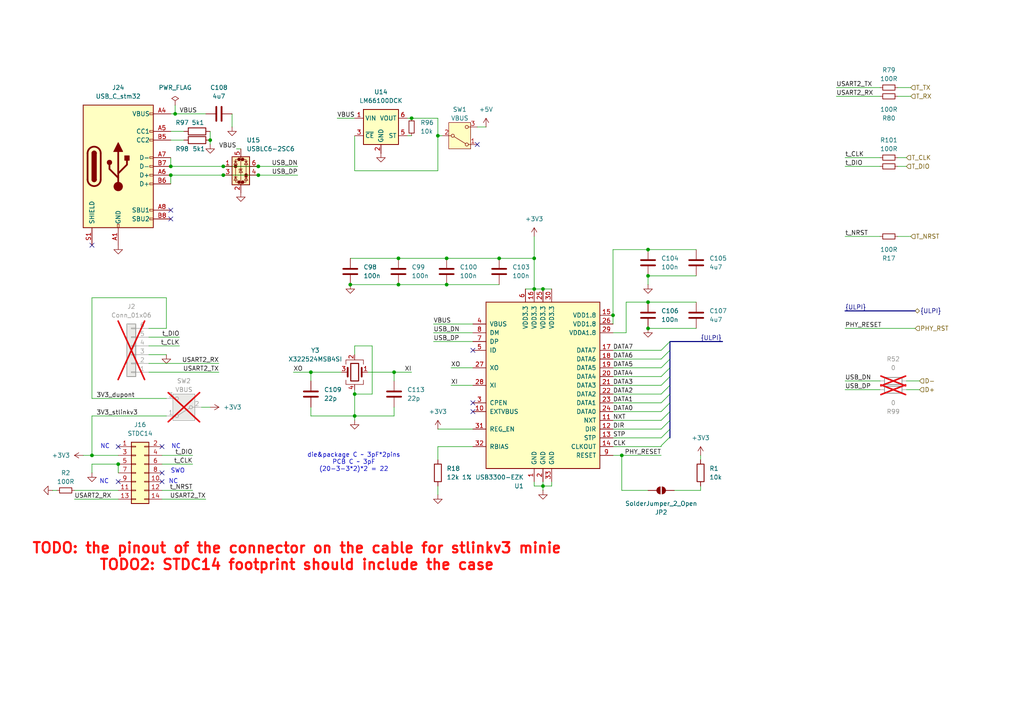
<source format=kicad_sch>
(kicad_sch (version 20231120) (generator "eeschema") (generator_version "8.0")
  (paper "A4")
  (title_block (title "EP6 VCU") (date "2024-09-30") (rev "1.0") (company "NTURacing") (comment 1 "郭哲明") (comment 2 "Electrical group"))
  (lib_symbols
    (symbol "Connector:USB_C_Receptacle_USB2.0_16P" (pin_names (offset 1.016))
      (property "Reference" "J" (at 0 22.225 0))
      (property "Value" "USB_C_Receptacle_USB2.0_16P" (at 0 19.685 0))
      (symbol "USB_C_Receptacle_USB2.0_16P_0_0"
        (rectangle (start -0.254 -17.78) (end 0.254 -16.764))
        (rectangle (start 10.16 -14.986) (end 9.144 -15.494))
        (rectangle (start 10.16 -12.446) (end 9.144 -12.954))
        (rectangle (start 10.16 -4.826) (end 9.144 -5.334))
        (rectangle (start 10.16 -2.286) (end 9.144 -2.794))
        (rectangle (start 10.16 0.254) (end 9.144 -0.254))
        (rectangle (start 10.16 2.794) (end 9.144 2.286))
        (rectangle (start 10.16 7.874) (end 9.144 7.366))
        (rectangle (start 10.16 10.414) (end 9.144 9.906))
        (rectangle (start 10.16 15.494) (end 9.144 14.986))
      )
      (symbol "USB_C_Receptacle_USB2.0_16P_0_1"
        (rectangle (start -10.16 17.78) (end 10.16 -17.78) (stroke (width 0.254)) (fill (type background)))
        (arc (start -8.89 -3.81) (mid -6.985 -5.7067) (end -5.08 -3.81) (stroke (width 0.508)))
        (arc (start -7.62 -3.81) (mid -6.985 -4.4423) (end -6.35 -3.81) (stroke (width 0.254)))
        (arc (start -7.62 -3.81) (mid -6.985 -4.4423) (end -6.35 -3.81) (stroke (width 0.254)) (fill (type outline)))
        (rectangle (start -7.62 -3.81) (end -6.35 3.81) (stroke (width 0.254)) (fill (type outline)))
        (arc (start -6.35 3.81) (mid -6.985 4.4423) (end -7.62 3.81) (stroke (width 0.254)))
        (arc (start -6.35 3.81) (mid -6.985 4.4423) (end -7.62 3.81) (stroke (width 0.254)) (fill (type outline)))
        (arc (start -5.08 3.81) (mid -6.985 5.7067) (end -8.89 3.81) (stroke (width 0.508)))
        (circle (center -2.54 1.143) (radius 0.635) (stroke (width 0.254)) (fill (type outline)))
        (circle (center 0 -5.842) (radius 1.27) (fill (type outline)))
        (polyline (pts (xy -8.89 -3.81) (xy -8.89 3.81)) (stroke (width 0.508)))
        (polyline (pts (xy -5.08 3.81) (xy -5.08 -3.81)) (stroke (width 0.508)))
        (polyline (pts (xy 0 -5.842) (xy 0 4.318)) (stroke (width 0.508)))
        (polyline (pts (xy 0 -3.302) (xy -2.54 -0.762) (xy -2.54 0.508)) (stroke (width 0.508)))
        (polyline (pts (xy 0 -2.032) (xy 2.54 0.508) (xy 2.54 1.778)) (stroke (width 0.508)))
        (polyline (pts (xy -1.27 4.318) (xy 0 6.858) (xy 1.27 4.318) (xy -1.27 4.318)) (stroke (width 0.254)) (fill (type outline)))
        (rectangle (start 1.905 1.778) (end 3.175 3.048) (stroke (width 0.254)) (fill (type outline)))
      )
      (symbol "USB_C_Receptacle_USB2.0_16P_1_1"
        (pin passive line (at 0 -22.86 90) (length 5.08) (name "GND") (number "A1"))
        (pin passive line (at 0 -22.86 90) (length 5.08) hide (name "GND") (number "A12"))
        (pin passive line (at 15.24 15.24 180) (length 5.08) (name "VBUS") (number "A4"))
        (pin bidirectional line (at 15.24 10.16 180) (length 5.08) (name "CC1") (number "A5"))
        (pin bidirectional line (at 15.24 -2.54 180) (length 5.08) (name "D+") (number "A6"))
        (pin bidirectional line (at 15.24 2.54 180) (length 5.08) (name "D-") (number "A7"))
        (pin bidirectional line (at 15.24 -12.7 180) (length 5.08) (name "SBU1") (number "A8"))
        (pin passive line (at 15.24 15.24 180) (length 5.08) hide (name "VBUS") (number "A9"))
        (pin passive line (at 0 -22.86 90) (length 5.08) hide (name "GND") (number "B1"))
        (pin passive line (at 0 -22.86 90) (length 5.08) hide (name "GND") (number "B12"))
        (pin passive line (at 15.24 15.24 180) (length 5.08) hide (name "VBUS") (number "B4"))
        (pin bidirectional line (at 15.24 7.62 180) (length 5.08) (name "CC2") (number "B5"))
        (pin bidirectional line (at 15.24 -5.08 180) (length 5.08) (name "D+") (number "B6"))
        (pin bidirectional line (at 15.24 0 180) (length 5.08) (name "D-") (number "B7"))
        (pin bidirectional line (at 15.24 -15.24 180) (length 5.08) (name "SBU2") (number "B8"))
        (pin passive line (at 15.24 15.24 180) (length 5.08) hide (name "VBUS") (number "B9"))
        (pin passive line (at -7.62 -22.86 90) (length 5.08) (name "SHIELD") (number "S1"))
      )
    )
    (symbol "Connector_Generic:Conn_01x06" (pin_names (offset 1.016) hide)
      (property "Reference" "J" (at 0 7.62 0))
      (property "Value" "Conn_01x06" (at 0 -10.16 0))
      (symbol "Conn_01x06_1_1"
        (rectangle (start -1.27 -7.493) (end 0 -7.747) (stroke (width 0.1524)))
        (rectangle (start -1.27 -4.953) (end 0 -5.207) (stroke (width 0.1524)))
        (rectangle (start -1.27 -2.413) (end 0 -2.667) (stroke (width 0.1524)))
        (rectangle (start -1.27 0.127) (end 0 -0.127) (stroke (width 0.1524)))
        (rectangle (start -1.27 2.667) (end 0 2.413) (stroke (width 0.1524)))
        (rectangle (start -1.27 5.207) (end 0 4.953) (stroke (width 0.1524)))
        (rectangle (start -1.27 6.35) (end 1.27 -8.89) (stroke (width 0.254)) (fill (type background)))
        (pin passive line (at -5.08 5.08 0) (length 3.81) (name "Pin_1") (number "1"))
        (pin passive line (at -5.08 2.54 0) (length 3.81) (name "Pin_2") (number "2"))
        (pin passive line (at -5.08 0 0) (length 3.81) (name "Pin_3") (number "3"))
        (pin passive line (at -5.08 -2.54 0) (length 3.81) (name "Pin_4") (number "4"))
        (pin passive line (at -5.08 -5.08 0) (length 3.81) (name "Pin_5") (number "5"))
        (pin passive line (at -5.08 -7.62 0) (length 3.81) (name "Pin_6") (number "6"))
      )
    )
    (symbol "Connector_Generic:Conn_02x07_Odd_Even" (pin_names (offset 1.016) hide)
      (property "Reference" "J" (at 1.27 10.16 0))
      (property "Value" "Conn_02x07_Odd_Even" (at 1.27 -10.16 0))
      (symbol "Conn_02x07_Odd_Even_1_1"
        (rectangle (start -1.27 -7.493) (end 0 -7.747) (stroke (width 0.1524)))
        (rectangle (start -1.27 -4.953) (end 0 -5.207) (stroke (width 0.1524)))
        (rectangle (start -1.27 -2.413) (end 0 -2.667) (stroke (width 0.1524)))
        (rectangle (start -1.27 0.127) (end 0 -0.127) (stroke (width 0.1524)))
        (rectangle (start -1.27 2.667) (end 0 2.413) (stroke (width 0.1524)))
        (rectangle (start -1.27 5.207) (end 0 4.953) (stroke (width 0.1524)))
        (rectangle (start -1.27 7.747) (end 0 7.493) (stroke (width 0.1524)))
        (rectangle (start -1.27 8.89) (end 3.81 -8.89) (stroke (width 0.254)) (fill (type background)))
        (rectangle (start 3.81 -7.493) (end 2.54 -7.747) (stroke (width 0.1524)))
        (rectangle (start 3.81 -4.953) (end 2.54 -5.207) (stroke (width 0.1524)))
        (rectangle (start 3.81 -2.413) (end 2.54 -2.667) (stroke (width 0.1524)))
        (rectangle (start 3.81 0.127) (end 2.54 -0.127) (stroke (width 0.1524)))
        (rectangle (start 3.81 2.667) (end 2.54 2.413) (stroke (width 0.1524)))
        (rectangle (start 3.81 5.207) (end 2.54 4.953) (stroke (width 0.1524)))
        (rectangle (start 3.81 7.747) (end 2.54 7.493) (stroke (width 0.1524)))
        (pin passive line (at -5.08 7.62 0) (length 3.81) (name "Pin_1") (number "1"))
        (pin passive line (at 7.62 -2.54 180) (length 3.81) (name "Pin_10") (number "10"))
        (pin passive line (at -5.08 -5.08 0) (length 3.81) (name "Pin_11") (number "11"))
        (pin passive line (at 7.62 -5.08 180) (length 3.81) (name "Pin_12") (number "12"))
        (pin passive line (at -5.08 -7.62 0) (length 3.81) (name "Pin_13") (number "13"))
        (pin passive line (at 7.62 -7.62 180) (length 3.81) (name "Pin_14") (number "14"))
        (pin passive line (at 7.62 7.62 180) (length 3.81) (name "Pin_2") (number "2"))
        (pin passive line (at -5.08 5.08 0) (length 3.81) (name "Pin_3") (number "3"))
        (pin passive line (at 7.62 5.08 180) (length 3.81) (name "Pin_4") (number "4"))
        (pin passive line (at -5.08 2.54 0) (length 3.81) (name "Pin_5") (number "5"))
        (pin passive line (at 7.62 2.54 180) (length 3.81) (name "Pin_6") (number "6"))
        (pin passive line (at -5.08 0 0) (length 3.81) (name "Pin_7") (number "7"))
        (pin passive line (at 7.62 0 180) (length 3.81) (name "Pin_8") (number "8"))
        (pin passive line (at -5.08 -2.54 0) (length 3.81) (name "Pin_9") (number "9"))
      )
    )
    (symbol "Device:C" (pin_numbers hide) (pin_names (offset 0.254))
      (property "Reference" "C" (at 0.635 2.54 0))
      (property "Value" "C" (at 0.635 -2.54 0))
      (symbol "C_0_1"
        (polyline (pts (xy -2.032 -0.762) (xy 2.032 -0.762)) (stroke (width 0.508)))
        (polyline (pts (xy -2.032 0.762) (xy 2.032 0.762)) (stroke (width 0.508)))
      )
      (symbol "C_1_1"
        (pin passive line (at 0 3.81 270) (length 2.794) (name "~") (number "1"))
        (pin passive line (at 0 -3.81 90) (length 2.794) (name "~") (number "2"))
      )
    )
    (symbol "Device:Crystal_GND24" (pin_names (offset 1.016) hide)
      (property "Reference" "Y" (at 3.175 5.08 0))
      (property "Value" "Crystal_GND24" (at 3.175 3.175 0))
      (symbol "Crystal_GND24_0_1"
        (rectangle (start -1.143 2.54) (end 1.143 -2.54) (stroke (width 0.3048)))
        (polyline (pts (xy -2.54 0) (xy -2.032 0)))
        (polyline (pts (xy -2.032 -1.27) (xy -2.032 1.27)) (stroke (width 0.508)))
        (polyline (pts (xy 0 -3.81) (xy 0 -3.556)))
        (polyline (pts (xy 0 3.556) (xy 0 3.81)))
        (polyline (pts (xy 2.032 -1.27) (xy 2.032 1.27)) (stroke (width 0.508)))
        (polyline (pts (xy 2.032 0) (xy 2.54 0)))
        (polyline (pts (xy -2.54 -2.286) (xy -2.54 -3.556) (xy 2.54 -3.556) (xy 2.54 -2.286)))
        (polyline (pts (xy -2.54 2.286) (xy -2.54 3.556) (xy 2.54 3.556) (xy 2.54 2.286)))
      )
      (symbol "Crystal_GND24_1_1"
        (pin passive line (at -3.81 0 0) (length 1.27) (name "1") (number "1"))
        (pin passive line (at 0 5.08 270) (length 1.27) (name "2") (number "2"))
        (pin passive line (at 3.81 0 180) (length 1.27) (name "3") (number "3"))
        (pin passive line (at 0 -5.08 90) (length 1.27) (name "4") (number "4"))
      )
    )
    (symbol "Device:R" (pin_numbers hide) (pin_names (offset 0))
      (property "Reference" "R" (at 2.032 0 90))
      (property "Value" "R" (at 0 0 90))
      (symbol "R_0_1"
        (rectangle (start -1.016 -2.54) (end 1.016 2.54) (stroke (width 0.254)))
      )
      (symbol "R_1_1"
        (pin passive line (at 0 3.81 270) (length 1.27) (name "~") (number "1"))
        (pin passive line (at 0 -3.81 90) (length 1.27) (name "~") (number "2"))
      )
    )
    (symbol "Device:R_Small" (pin_numbers hide) (pin_names (offset 0.254) hide)
      (property "Reference" "R" (at 0.762 0.508 0))
      (property "Value" "R_Small" (at 0.762 -1.016 0))
      (symbol "R_Small_0_1"
        (rectangle (start -0.762 1.778) (end 0.762 -1.778) (stroke (width 0.2032)))
      )
      (symbol "R_Small_1_1"
        (pin passive line (at 0 2.54 270) (length 0.762) (name "~") (number "1"))
        (pin passive line (at 0 -2.54 90) (length 0.762) (name "~") (number "2"))
      )
    )
    (symbol "Interface_USB:USB3300-EZK" (pin_names (offset 1.016))
      (property "Reference" "U" (at 0 1.27 0))
      (property "Value" "USB3300-EZK" (at 0 -1.27 0))
      (symbol "USB3300-EZK_0_1"
        (rectangle (start 16.51 -24.13) (end -16.51 24.13) (stroke (width 0.254)) (fill (type background)))
      )
      (symbol "USB3300-EZK_1_1"
        (pin power_in line (at -2.54 -27.94 90) (length 3.81) (name "GND") (number "1"))
        (pin input line (at -20.32 -7.62 0) (length 3.81) (name "EXTVBUS") (number "10"))
        (pin output line (at 20.32 -10.16 180) (length 3.81) (name "NXT") (number "11"))
        (pin output line (at 20.32 -12.7 180) (length 3.81) (name "DIR") (number "12"))
        (pin input line (at 20.32 -15.24 180) (length 3.81) (name "STP") (number "13"))
        (pin output line (at 20.32 -17.78 180) (length 3.81) (name "CLKOUT") (number "14"))
        (pin power_out line (at 20.32 20.32 180) (length 3.81) (name "VDD1.8") (number "15"))
        (pin power_in line (at -2.54 27.94 270) (length 3.81) (name "VDD3.3") (number "16"))
        (pin bidirectional line (at 20.32 10.16 180) (length 3.81) (name "DATA7") (number "17"))
        (pin bidirectional line (at 20.32 7.62 180) (length 3.81) (name "DATA6") (number "18"))
        (pin bidirectional line (at 20.32 5.08 180) (length 3.81) (name "DATA5") (number "19"))
        (pin power_in line (at 0 -27.94 90) (length 3.81) (name "GND") (number "2"))
        (pin bidirectional line (at 20.32 2.54 180) (length 3.81) (name "DATA4") (number "20"))
        (pin bidirectional line (at 20.32 0 180) (length 3.81) (name "DATA3") (number "21"))
        (pin bidirectional line (at 20.32 -2.54 180) (length 3.81) (name "DATA2") (number "22"))
        (pin bidirectional line (at 20.32 -5.08 180) (length 3.81) (name "DATA1") (number "23"))
        (pin bidirectional line (at 20.32 -7.62 180) (length 3.81) (name "DATA0") (number "24"))
        (pin power_in line (at 0 27.94 270) (length 3.81) (name "VDD3.3") (number "25"))
        (pin power_out line (at 20.32 17.78 180) (length 3.81) (name "VDD1.8") (number "26"))
        (pin output line (at -20.32 5.08 0) (length 3.81) (name "XO") (number "27"))
        (pin input line (at -20.32 0 0) (length 3.81) (name "XI") (number "28"))
        (pin power_out line (at 20.32 15.24 180) (length 3.81) (name "VDDA1.8") (number "29"))
        (pin output line (at -20.32 -5.08 0) (length 3.81) (name "CPEN") (number "3"))
        (pin power_in line (at 2.54 27.94 270) (length 3.81) (name "VDD3.3") (number "30"))
        (pin bidirectional line (at -20.32 -12.7 0) (length 3.81) (name "REG_EN") (number "31"))
        (pin passive line (at -20.32 -17.78 0) (length 3.81) (name "RBIAS") (number "32"))
        (pin power_in line (at 2.54 -27.94 90) (length 3.81) (name "GND") (number "33"))
        (pin power_in line (at -20.32 17.78 0) (length 3.81) (name "VBUS") (number "4"))
        (pin input line (at -20.32 10.16 0) (length 3.81) (name "ID") (number "5"))
        (pin power_in line (at -5.08 27.94 270) (length 3.81) (name "VDD3.3") (number "6"))
        (pin bidirectional line (at -20.32 12.7 0) (length 3.81) (name "DP") (number "7"))
        (pin bidirectional line (at -20.32 15.24 0) (length 3.81) (name "DM") (number "8"))
        (pin input line (at 20.32 -20.32 180) (length 3.81) (name "RESET") (number "9"))
      )
    )
    (symbol "Jumper:SolderJumper_2_Open" (pin_numbers hide) (pin_names (offset 0) hide) (exclude_from_sim yes) (in_bom no)
      (property "Reference" "JP" (at 0 2.032 0))
      (property "Value" "SolderJumper_2_Open" (at 0 -2.54 0))
      (symbol "SolderJumper_2_Open_0_1"
        (arc (start -0.254 1.016) (mid -1.2656 0) (end -0.254 -1.016))
        (arc (start -0.254 1.016) (mid -1.2656 0) (end -0.254 -1.016) (fill (type outline)))
        (polyline (pts (xy -0.254 1.016) (xy -0.254 -1.016)))
        (polyline (pts (xy 0.254 1.016) (xy 0.254 -1.016)))
        (arc (start 0.254 -1.016) (mid 1.2656 0) (end 0.254 1.016))
        (arc (start 0.254 -1.016) (mid 1.2656 0) (end 0.254 1.016) (fill (type outline)))
      )
      (symbol "SolderJumper_2_Open_1_1"
        (pin passive line (at -3.81 0 0) (length 2.54) (name "A") (number "1"))
        (pin passive line (at 3.81 0 180) (length 2.54) (name "B") (number "2"))
      )
    )
    (symbol "Power_Management:LM66100DCK"
      (property "Reference" "U" (at -5.08 6.096 0))
      (property "Value" "LM66100DCK" (at 0.254 -6.35 0))
      (symbol "LM66100DCK_0_1"
        (rectangle (start -5.08 5.08) (end 5.08 -5.08) (stroke (width 0.254)) (fill (type background)))
      )
      (symbol "LM66100DCK_1_1"
        (pin power_in line (at -7.62 2.54 0) (length 2.54) (name "VIN") (number "1"))
        (pin power_in line (at 0 -7.62 90) (length 2.54) (name "GND") (number "2"))
        (pin input line (at -7.62 -2.54 0) (length 2.54) (name "~{CE}") (number "3"))
        (pin no_connect line (at 0 5.08 270) (length 2.54) hide (name "NC") (number "4"))
        (pin open_collector line (at 7.62 -2.54 180) (length 2.54) (name "ST") (number "5"))
        (pin power_out line (at 7.62 2.54 180) (length 2.54) (name "VOUT") (number "6"))
      )
    )
    (symbol "Power_Protection:USBLC6-2SC6" (pin_names hide)
      (property "Reference" "U" (at 0.635 5.715 0))
      (property "Value" "USBLC6-2SC6" (at 0.635 3.81 0))
      (symbol "USBLC6-2SC6_0_0"
        (circle (center -1.524 0) (radius 0.0001) (stroke (width 0.508)))
        (circle (center -0.508 -4.572) (radius 0.0001) (stroke (width 0.508)))
        (circle (center -0.508 2.032) (radius 0.0001) (stroke (width 0.508)))
        (circle (center 0.508 -4.572) (radius 0.0001) (stroke (width 0.508)))
        (circle (center 0.508 2.032) (radius 0.0001) (stroke (width 0.508)))
        (circle (center 1.524 -2.54) (radius 0.0001) (stroke (width 0.508)))
      )
      (symbol "USBLC6-2SC6_0_1"
        (polyline (pts (xy -2.54 -2.54) (xy 2.54 -2.54)))
        (polyline (pts (xy -2.54 0) (xy 2.54 0)))
        (polyline (pts (xy -2.032 -3.048) (xy -1.016 -3.048)))
        (polyline (pts (xy -1.016 1.524) (xy -2.032 1.524)))
        (polyline (pts (xy 1.016 -3.048) (xy 2.032 -3.048)))
        (polyline (pts (xy 1.016 1.524) (xy 2.032 1.524)))
        (polyline (pts (xy -0.508 -1.143) (xy -0.508 -0.762) (xy 0.508 -0.762)))
        (polyline (pts (xy -2.032 0.508) (xy -1.016 0.508) (xy -1.524 1.524) (xy -2.032 0.508)))
        (polyline (pts (xy -1.016 -4.064) (xy -2.032 -4.064) (xy -1.524 -3.048) (xy -1.016 -4.064)))
        (polyline (pts (xy 0.508 -1.778) (xy -0.508 -1.778) (xy 0 -0.762) (xy 0.508 -1.778)))
        (polyline (pts (xy 2.032 -4.064) (xy 1.016 -4.064) (xy 1.524 -3.048) (xy 2.032 -4.064)))
        (polyline (pts (xy 2.032 0.508) (xy 1.016 0.508) (xy 1.524 1.524) (xy 2.032 0.508)))
        (polyline (pts (xy 0 2.54) (xy -0.508 2.032) (xy 0.508 2.032) (xy 0 1.524) (xy 0 -4.064) (xy -0.508 -4.572) (xy 0.508 -4.572) (xy 0 -5.08)))
      )
      (symbol "USBLC6-2SC6_1_1"
        (rectangle (start -2.54 2.794) (end 2.54 -5.334) (stroke (width 0.254)) (fill (type background)))
        (polyline (pts (xy -0.508 2.032) (xy -1.524 2.032) (xy -1.524 -4.572) (xy -0.508 -4.572)))
        (polyline (pts (xy 0.508 -4.572) (xy 1.524 -4.572) (xy 1.524 2.032) (xy 0.508 2.032)))
        (pin passive line (at -5.08 0 0) (length 2.54) (name "I/O1") (number "1"))
        (pin passive line (at 0 -7.62 90) (length 2.54) (name "GND") (number "2"))
        (pin passive line (at -5.08 -2.54 0) (length 2.54) (name "I/O2") (number "3"))
        (pin passive line (at 5.08 -2.54 180) (length 2.54) (name "I/O2") (number "4"))
        (pin passive line (at 0 5.08 270) (length 2.54) (name "VBUS") (number "5"))
        (pin passive line (at 5.08 0 180) (length 2.54) (name "I/O1") (number "6"))
      )
    )
    (symbol "Switch:SW_SPDT" (pin_names (offset 0) hide)
      (property "Reference" "SW" (at 0 5.08 0))
      (property "Value" "SW_SPDT" (at 0 -5.08 0))
      (symbol "SW_SPDT_0_1"
        (circle (center -2.032 0) (radius 0.4572))
        (polyline (pts (xy -1.651 0.254) (xy 1.651 2.286)))
        (circle (center 2.032 -2.54) (radius 0.4572))
        (circle (center 2.032 2.54) (radius 0.4572))
      )
      (symbol "SW_SPDT_1_1"
        (rectangle (start -3.175 3.81) (end 3.175 -3.81) (fill (type background)))
        (pin passive line (at 5.08 2.54 180) (length 2.54) (name "A") (number "1"))
        (pin passive line (at -5.08 0 0) (length 2.54) (name "B") (number "2"))
        (pin passive line (at 5.08 -2.54 180) (length 2.54) (name "C") (number "3"))
      )
    )
    (symbol "power:+3V3" (power) (pin_numbers hide) (pin_names (offset 0) hide)
      (property "Value" "+3V3" (at 0 3.556 0))
      (symbol "+3V3_0_1"
        (polyline (pts (xy -0.762 1.27) (xy 0 2.54)))
        (polyline (pts (xy 0 0) (xy 0 2.54)))
        (polyline (pts (xy 0 2.54) (xy 0.762 1.27)))
      )
      (symbol "+3V3_1_1"
        (pin power_in line (at 0 0 90) (length 0) (name "~") (number "1"))
      )
    )
    (symbol "power:+5V" (power) (pin_numbers hide) (pin_names (offset 0) hide)
      (property "Value" "+5V" (at 0 3.556 0))
      (symbol "+5V_0_1"
        (polyline (pts (xy -0.762 1.27) (xy 0 2.54)))
        (polyline (pts (xy 0 0) (xy 0 2.54)))
        (polyline (pts (xy 0 2.54) (xy 0.762 1.27)))
      )
      (symbol "+5V_1_1"
        (pin power_in line (at 0 0 90) (length 0) (name "~") (number "1"))
      )
    )
    (symbol "power:GND" (power) (pin_numbers hide) (pin_names (offset 0) hide)
      (property "Value" "GND" (at 0 -3.81 0))
      (symbol "GND_0_1"
        (polyline (pts (xy 0 0) (xy 0 -1.27) (xy 1.27 -1.27) (xy 0 -2.54) (xy -1.27 -1.27) (xy 0 -1.27)))
      )
      (symbol "GND_1_1"
        (pin power_in line (at 0 0 270) (length 0) (name "~") (number "1"))
      )
    )
    (symbol "power:PWR_FLAG" (power) (pin_numbers hide) (pin_names (offset 0) hide)
      (property "Value" "PWR_FLAG" (at 0 3.81 0))
      (symbol "PWR_FLAG_0_0"
        (pin power_out line (at 0 0 90) (length 0) (name "~") (number "1"))
      )
      (symbol "PWR_FLAG_0_1"
        (polyline (pts (xy 0 0) (xy 0 1.27) (xy -1.016 1.905) (xy 0 2.54) (xy 1.016 1.905) (xy 0 1.27)))
      )
    )
  )
  (bus_alias "ULPI" (members "NXT" "DIR" "STP" "CLK" "DATA[0..7]"))
  (junction (at 187.96 80.01))
  (junction (at 144.78 74.93))
  (junction (at 187.96 87.63))
  (junction (at 34.29 134.62))
  (junction (at 50.8 33.02))
  (junction (at 129.54 82.55))
  (junction (at 101.6 82.55))
  (junction (at 49.53 50.8))
  (junction (at 187.96 72.39))
  (junction (at 177.8 91.44))
  (junction (at 129.54 74.93))
  (junction (at 26.67 132.08))
  (junction (at 64.77 50.8))
  (junction (at 154.94 74.93))
  (junction (at 90.17 107.95))
  (junction (at 102.87 114.3))
  (junction (at 157.48 140.97))
  (junction (at 49.53 48.26))
  (junction (at 60.96 40.64))
  (junction (at 187.96 95.25))
  (junction (at 115.57 74.93))
  (junction (at 74.93 50.8))
  (junction (at 114.3 107.95))
  (junction (at 102.87 120.65))
  (junction (at 115.57 82.55))
  (junction (at 74.93 48.26))
  (junction (at 154.94 83.82))
  (junction (at 127 39.37))
  (junction (at 64.77 48.26))
  (junction (at 119.38 34.29))
  (junction (at 180.34 132.08))
  (junction (at 157.48 83.82))
  (no_connect (at 49.53 60.96))
  (no_connect (at 138.43 41.91))
  (no_connect (at 49.53 63.5))
  (no_connect (at 26.67 71.12))
  (no_connect (at 46.99 137.16))
  (no_connect (at 46.99 139.7))
  (no_connect (at 46.99 129.54))
  (no_connect (at 137.16 116.84))
  (no_connect (at 137.16 119.38))
  (no_connect (at 137.16 101.6))
  (no_connect (at 34.29 139.7))
  (no_connect (at 34.29 129.54))
  (bus_entry (at 194.31 126.746) (size -2.54 2.54))
  (bus_entry (at 194.31 116.84) (size -2.54 2.54))
  (bus_entry (at 194.31 121.92) (size -2.54 2.54))
  (bus_entry (at 194.31 109.22) (size -2.54 2.54))
  (bus_entry (at 194.31 111.76) (size -2.54 2.54))
  (bus_entry (at 194.31 106.68) (size -2.54 2.54))
  (bus_entry (at 194.31 119.38) (size -2.54 2.54))
  (bus_entry (at 194.31 114.3) (size -2.54 2.54))
  (bus_entry (at 194.31 104.14) (size -2.54 2.54))
  (bus_entry (at 194.31 99.06) (size -2.54 2.54))
  (bus_entry (at 194.31 101.6) (size -2.54 2.54))
  (bus_entry (at 194.31 124.46) (size -2.54 2.54))
  (wire (pts (xy 154.94 68.58) (xy 154.94 74.93)))
  (wire (pts (xy 187.96 142.24) (xy 180.34 142.24)))
  (wire (pts (xy 101.6 74.93) (xy 115.57 74.93)))
  (wire (pts (xy 187.96 72.39) (xy 177.8 72.39)))
  (wire (pts (xy 64.77 48.26) (xy 49.53 48.26)))
  (wire (pts (xy 260.35 27.94) (xy 264.16 27.94)))
  (wire (pts (xy 177.8 96.52) (xy 181.61 96.52)))
  (wire (pts (xy 127 129.54) (xy 127 133.35)))
  (wire (pts (xy 46.99 142.24) (xy 55.88 142.24)))
  (wire (pts (xy 46.99 134.62) (xy 55.88 134.62)))
  (bus (pts (xy 194.31 99.06) (xy 209.55 99.06)))
  (wire (pts (xy 48.26 120.65) (xy 26.67 120.65)))
  (wire (pts (xy 102.87 113.03) (xy 102.87 114.3)))
  (wire (pts (xy 260.35 48.26) (xy 262.89 48.26)))
  (wire (pts (xy 125.73 93.98) (xy 137.16 93.98)))
  (wire (pts (xy 53.34 38.1) (xy 49.53 38.1)))
  (wire (pts (xy 144.78 74.93) (xy 154.94 74.93)))
  (wire (pts (xy 102.87 100.33) (xy 107.95 100.33)))
  (wire (pts (xy 127 140.97) (xy 127 143.51)))
  (bus (pts (xy 194.31 126.746) (xy 194.31 127)))
  (wire (pts (xy 60.96 40.64) (xy 60.96 41.91)))
  (wire (pts (xy 157.48 140.97) (xy 154.94 140.97)))
  (wire (pts (xy 107.95 100.33) (xy 107.95 114.3)))
  (wire (pts (xy 203.2 142.24) (xy 203.2 140.97)))
  (wire (pts (xy 34.29 134.62) (xy 26.67 134.62)))
  (wire (pts (xy 140.97 36.83) (xy 138.43 36.83)))
  (wire (pts (xy 102.87 114.3) (xy 107.95 114.3)))
  (wire (pts (xy 90.17 107.95) (xy 90.17 110.49)))
  (wire (pts (xy 43.18 102.87) (xy 48.26 102.87)))
  (wire (pts (xy 181.61 96.52) (xy 181.61 87.63)))
  (bus (pts (xy 194.31 101.6) (xy 194.31 104.14)))
  (wire (pts (xy 242.57 25.4) (xy 255.27 25.4)))
  (wire (pts (xy 177.8 109.22) (xy 191.77 109.22)))
  (wire (pts (xy 177.8 121.92) (xy 191.77 121.92)))
  (wire (pts (xy 115.57 74.93) (xy 129.54 74.93)))
  (wire (pts (xy 125.73 99.06) (xy 137.16 99.06)))
  (wire (pts (xy 119.38 107.95) (xy 114.3 107.95)))
  (wire (pts (xy 191.77 101.6) (xy 177.8 101.6)))
  (wire (pts (xy 260.35 68.58) (xy 264.16 68.58)))
  (wire (pts (xy 48.26 86.36) (xy 26.67 86.36)))
  (bus (pts (xy 194.31 114.3) (xy 194.31 116.84)))
  (wire (pts (xy 160.02 139.7) (xy 160.02 140.97)))
  (wire (pts (xy 177.8 114.3) (xy 191.77 114.3)))
  (bus (pts (xy 194.31 109.22) (xy 194.31 111.76)))
  (wire (pts (xy 180.34 142.24) (xy 180.34 132.08)))
  (bus (pts (xy 194.31 116.84) (xy 194.31 119.38)))
  (bus (pts (xy 194.31 124.46) (xy 194.31 126.746)))
  (wire (pts (xy 48.26 95.25) (xy 48.26 86.36)))
  (wire (pts (xy 177.8 72.39) (xy 177.8 91.44)))
  (wire (pts (xy 69.85 43.18) (xy 68.58 43.18)))
  (bus (pts (xy 194.31 106.68) (xy 194.31 109.22)))
  (wire (pts (xy 26.67 86.36) (xy 26.67 115.57)))
  (wire (pts (xy 46.99 132.08) (xy 55.88 132.08)))
  (wire (pts (xy 191.77 129.54) (xy 177.8 129.54)))
  (wire (pts (xy 180.34 132.08) (xy 191.77 132.08)))
  (wire (pts (xy 157.48 139.7) (xy 157.48 140.97)))
  (wire (pts (xy 21.59 142.24) (xy 34.29 142.24)))
  (wire (pts (xy 245.11 68.58) (xy 255.27 68.58)))
  (wire (pts (xy 26.67 134.62) (xy 26.67 137.16)))
  (wire (pts (xy 43.18 105.41) (xy 63.5 105.41)))
  (wire (pts (xy 154.94 74.93) (xy 154.94 83.82)))
  (wire (pts (xy 49.53 45.72) (xy 49.53 48.26)))
  (wire (pts (xy 125.73 96.52) (xy 137.16 96.52)))
  (wire (pts (xy 245.11 113.03) (xy 255.27 113.03)))
  (wire (pts (xy 114.3 120.65) (xy 114.3 118.11)))
  (wire (pts (xy 154.94 83.82) (xy 157.48 83.82)))
  (wire (pts (xy 195.58 142.24) (xy 203.2 142.24)))
  (bus (pts (xy 194.31 104.14) (xy 194.31 106.68)))
  (wire (pts (xy 260.35 25.4) (xy 264.16 25.4)))
  (wire (pts (xy 102.87 120.65) (xy 102.87 121.92)))
  (wire (pts (xy 127 124.46) (xy 137.16 124.46)))
  (wire (pts (xy 203.2 132.08) (xy 203.2 133.35)))
  (wire (pts (xy 64.77 50.8) (xy 74.93 50.8)))
  (wire (pts (xy 137.16 129.54) (xy 127 129.54)))
  (wire (pts (xy 130.81 111.76) (xy 137.16 111.76)))
  (wire (pts (xy 262.89 113.03) (xy 266.7 113.03)))
  (wire (pts (xy 262.89 110.49) (xy 266.7 110.49)))
  (wire (pts (xy 160.02 140.97) (xy 157.48 140.97)))
  (wire (pts (xy 201.93 87.63) (xy 187.96 87.63)))
  (wire (pts (xy 102.87 120.65) (xy 114.3 120.65)))
  (wire (pts (xy 201.93 72.39) (xy 187.96 72.39)))
  (wire (pts (xy 90.17 120.65) (xy 102.87 120.65)))
  (wire (pts (xy 50.8 33.02) (xy 59.69 33.02)))
  (wire (pts (xy 245.11 95.25) (xy 265.43 95.25)))
  (wire (pts (xy 49.53 33.02) (xy 50.8 33.02)))
  (wire (pts (xy 177.8 132.08) (xy 180.34 132.08)))
  (wire (pts (xy 128.27 39.37) (xy 127 39.37)))
  (wire (pts (xy 50.8 30.48) (xy 50.8 33.02)))
  (wire (pts (xy 118.11 34.29) (xy 119.38 34.29)))
  (wire (pts (xy 90.17 120.65) (xy 90.17 118.11)))
  (wire (pts (xy 24.13 132.08) (xy 26.67 132.08)))
  (wire (pts (xy 242.57 27.94) (xy 255.27 27.94)))
  (wire (pts (xy 187.96 80.01) (xy 187.96 82.55)))
  (wire (pts (xy 74.93 48.26) (xy 86.36 48.26)))
  (wire (pts (xy 127 39.37) (xy 127 34.29)))
  (wire (pts (xy 129.54 82.55) (xy 144.78 82.55)))
  (wire (pts (xy 245.11 45.72) (xy 255.27 45.72)))
  (bus (pts (xy 194.31 99.06) (xy 194.31 101.6)))
  (wire (pts (xy 255.27 48.26) (xy 245.11 48.26)))
  (wire (pts (xy 74.93 50.8) (xy 86.36 50.8)))
  (wire (pts (xy 181.61 87.63) (xy 187.96 87.63)))
  (wire (pts (xy 260.35 45.72) (xy 262.89 45.72)))
  (wire (pts (xy 64.77 48.26) (xy 74.93 48.26)))
  (wire (pts (xy 102.87 114.3) (xy 102.87 120.65)))
  (wire (pts (xy 129.54 74.93) (xy 144.78 74.93)))
  (wire (pts (xy 43.18 100.33) (xy 52.07 100.33)))
  (wire (pts (xy 99.06 107.95) (xy 90.17 107.95)))
  (wire (pts (xy 102.87 39.37) (xy 102.87 49.53)))
  (wire (pts (xy 26.67 115.57) (xy 48.26 115.57)))
  (bus (pts (xy 245.11 90.17) (xy 265.43 90.17)))
  (wire (pts (xy 177.8 124.46) (xy 191.77 124.46)))
  (wire (pts (xy 49.53 50.8) (xy 49.53 53.34)))
  (wire (pts (xy 177.8 104.14) (xy 191.77 104.14)))
  (wire (pts (xy 177.8 127) (xy 191.77 127)))
  (wire (pts (xy 177.8 116.84) (xy 191.77 116.84)))
  (wire (pts (xy 21.59 144.78) (xy 34.29 144.78)))
  (wire (pts (xy 43.18 107.95) (xy 63.5 107.95)))
  (wire (pts (xy 102.87 49.53) (xy 127 49.53)))
  (wire (pts (xy 34.29 134.62) (xy 34.29 137.16)))
  (wire (pts (xy 157.48 83.82) (xy 160.02 83.82)))
  (wire (pts (xy 64.77 50.8) (xy 49.53 50.8)))
  (wire (pts (xy 97.79 34.29) (xy 102.87 34.29)))
  (wire (pts (xy 118.11 39.37) (xy 119.38 39.37)))
  (wire (pts (xy 119.38 34.29) (xy 127 34.29)))
  (bus (pts (xy 194.31 111.76) (xy 194.31 114.3)))
  (wire (pts (xy 245.11 110.49) (xy 255.27 110.49)))
  (wire (pts (xy 46.99 144.78) (xy 59.69 144.78)))
  (wire (pts (xy 115.57 82.55) (xy 129.54 82.55)))
  (wire (pts (xy 177.8 119.38) (xy 191.77 119.38)))
  (wire (pts (xy 67.31 36.83) (xy 67.31 33.02)))
  (wire (pts (xy 43.18 95.25) (xy 48.26 95.25)))
  (wire (pts (xy 127 49.53) (xy 127 39.37)))
  (wire (pts (xy 154.94 140.97) (xy 154.94 139.7)))
  (wire (pts (xy 26.67 132.08) (xy 34.29 132.08)))
  (wire (pts (xy 15.24 142.24) (xy 16.51 142.24)))
  (wire (pts (xy 157.48 142.24) (xy 157.48 140.97)))
  (wire (pts (xy 177.8 91.44) (xy 177.8 93.98)))
  (wire (pts (xy 187.96 95.25) (xy 201.93 95.25)))
  (wire (pts (xy 114.3 107.95) (xy 114.3 110.49)))
  (bus (pts (xy 194.31 119.38) (xy 194.31 121.92)))
  (wire (pts (xy 58.42 118.11) (xy 60.96 118.11)))
  (bus (pts (xy 194.31 121.92) (xy 194.31 124.46)))
  (wire (pts (xy 90.17 107.95) (xy 85.09 107.95)))
  (wire (pts (xy 191.77 111.76) (xy 177.8 111.76)))
  (wire (pts (xy 152.4 83.82) (xy 154.94 83.82)))
  (wire (pts (xy 26.67 120.65) (xy 26.67 132.08)))
  (wire (pts (xy 191.77 106.68) (xy 177.8 106.68)))
  (wire (pts (xy 187.96 80.01) (xy 201.93 80.01)))
  (wire (pts (xy 53.34 40.64) (xy 49.53 40.64)))
  (wire (pts (xy 60.96 38.1) (xy 60.96 40.64)))
  (wire (pts (xy 101.6 82.55) (xy 115.57 82.55)))
  (wire (pts (xy 106.68 107.95) (xy 114.3 107.95)))
  (wire (pts (xy 191.77 129.286) (xy 191.77 129.54)))
  (wire (pts (xy 130.81 106.68) (xy 137.16 106.68)))
  (wire (pts (xy 102.87 102.87) (xy 102.87 100.33)))
  (wire (pts (xy 43.18 97.79) (xy 52.07 97.79)))
  (text "NC" (at 30.226 139.7 0) (effects (font (size 1.27 1.27))))
  (text "SWO" (at 51.562 136.652 0) (effects (font (size 1.27 1.27))))
  (text "NC" (at 51.054 129.54 0) (effects (font (size 1.27 1.27))))
  (text "NC" (at 50.292 139.7 0) (effects (font (size 1.27 1.27))))
  (text "die&package C ~ 3pF*2pins\nPCB C ~ 3pF\n(20-3-3*2)*2 = 22" (at 102.616 134.112 0) (effects (font (size 1.27 1.27))))
  (text "TODO: the pinout of the connector on the cable for stlinkv3 minie\nTODO2: STDC14 footprint should include the case" (at 86.106 161.544 0) (effects (font (size 3 3) (thickness 0.6) (bold yes))))
  (text "NC" (at 30.48 129.54 0) (effects (font (size 1.27 1.27))))
  (label "PHY_RESET" (at 245.11 95.25 0))
  (label "USART2_TX" (at 59.69 144.78 180))
  (label "XO" (at 130.81 106.68 0))
  (label "USART2_RX" (at 21.59 144.78 0))
  (label "3V3_stlinkv3" (at 27.94 120.65 0))
  (label "XO" (at 85.09 107.95 0))
  (label "3V3_dupont" (at 27.94 115.57 0))
  (label "NXT" (at 177.8 121.92 0))
  (label "USB_DP" (at 86.36 50.8 180))
  (label "DATA0" (at 177.8 119.38 0))
  (label "VBUS" (at 68.58 43.18 180))
  (label "DATA4" (at 177.8 109.22 0))
  (label "USART2_RX" (at 242.57 27.94 0))
  (label "XI" (at 130.81 111.76 0))
  (label "USB_DN" (at 125.73 96.52 0))
  (label "PHY_RESET" (at 191.77 132.08 180))
  (label "DATA3" (at 177.8 111.76 0))
  (label "DATA7" (at 177.8 101.6 0))
  (label "t_NRST" (at 55.88 142.24 180))
  (label "{ULPI}" (at 245.11 90.17 0))
  (label "USART2_TX" (at 242.57 25.4 0))
  (label "USART2_TX" (at 63.5 107.95 180))
  (label "t_DIO" (at 245.11 48.26 0))
  (label "CLK" (at 177.8 129.54 0))
  (label "t_CLK" (at 55.88 134.62 180))
  (label "t_NRST" (at 245.11 68.58 0))
  (label "DIR" (at 177.8 124.46 0))
  (label "t_CLK" (at 52.07 100.33 180))
  (label "VBUS" (at 57.15 33.02 180))
  (label "USB_DN" (at 245.11 110.49 0))
  (label "XI" (at 119.38 107.95 180))
  (label "USART2_RX" (at 63.5 105.41 180))
  (label "STP" (at 177.8 127 0))
  (label "t_DIO" (at 52.07 97.79 180))
  (label "DATA5" (at 177.8 106.68 0))
  (label "VBUS" (at 125.73 93.98 0))
  (label "USB_DP" (at 245.11 113.03 0))
  (label "t_DIO" (at 55.88 132.08 180))
  (label "{ULPI}" (at 203.2 99.06 0))
  (label "VBUS" (at 97.79 34.29 0))
  (label "DATA6" (at 177.8 104.14 0))
  (label "t_CLK" (at 245.11 45.72 0))
  (label "DATA2" (at 177.8 114.3 0))
  (label "USB_DP" (at 125.73 99.06 0))
  (label "DATA1" (at 177.8 116.84 0))
  (label "USB_DN" (at 86.36 48.26 180))
  (hierarchical_label "D+" (shape input) (at 266.7 113.03 0))
  (hierarchical_label "PHY_RST" (shape input) (at 265.43 95.25 0))
  (hierarchical_label "D-" (shape input) (at 266.7 110.49 0))
  (hierarchical_label "T_RX" (shape input) (at 264.16 27.94 0))
  (hierarchical_label "T_CLK" (shape input) (at 262.89 45.72 0))
  (hierarchical_label "T_DIO" (shape input) (at 262.89 48.26 0))
  (hierarchical_label "{ULPI}" (shape bidirectional) (at 265.43 90.17 0))
  (hierarchical_label "T_NRST" (shape input) (at 264.16 68.58 0))
  (hierarchical_label "T_TX" (shape input) (at 264.16 25.4 0))
  (symbol (lib_id "Device:C") (at 115.57 78.74 0) (unit 1)
    (property "Reference" "C99" (at 119.38 77.4699 0) (effects (justify left)))
    (property "Value" "100n" (at 119.38 80.0099 0) (effects (justify left)))
    (property "Footprint" "Capacitor_SMD:C_0402_1005Metric" (effects (hide yes)))
    (property "Description" "Unpolarized capacitor" (effects (hide yes)))
  )
  (symbol (lib_id "Device:R_Small") (at 257.81 27.94 90) (mirror x) (unit 1)
    (property "Reference" "R80" (at 257.81 34.29 90))
    (property "Value" "100R" (at 257.81 31.75 90))
    (property "Footprint" "Resistor_SMD:R_0402_1005Metric" (effects (hide yes)))
    (property "Description" "Resistor, small symbol" (effects (hide yes)))
  )
  (symbol (lib_id "power:+3V3") (at 60.96 118.11 270) (unit 1)
    (property "Reference" "#PWR010" (effects (hide yes)))
    (property "Value" "+3V3" (at 64.77 118.1099 90) (effects (justify left)))
    (property "Description" "Power symbol creates a global label with name \"+3V3\"" (effects (hide yes)))
  )
  (symbol (lib_id "power:GND") (at 48.26 102.87 0) (unit 1)
    (property "Reference" "#PWR018" (effects (hide yes)))
    (property "Value" "GND" (effects (hide yes)))
    (property "Description" "Power symbol creates a global label with name \"GND\" , ground" (effects (hide yes)))
  )
  (symbol (lib_id "Device:R") (at 203.2 137.16 0) (unit 1)
    (property "Reference" "R1" (at 205.74 135.8899 0) (effects (justify left)))
    (property "Value" "10k" (at 205.74 138.4299 0) (effects (justify left)))
    (property "Footprint" "Resistor_SMD:R_0402_1005Metric" (effects (hide yes)))
    (property "Description" "Resistor" (effects (hide yes)))
  )
  (symbol (lib_id "power:+3V3") (at 127 124.46 0) (unit 1)
    (property "Reference" "#PWR033" (effects (hide yes)))
    (property "Value" "+3V3" (at 127 119.38 0))
    (property "Description" "Power symbol creates a global label with name \"+3V3\"" (effects (hide yes)))
  )
  (symbol (lib_id "Device:R_Small") (at 257.81 68.58 90) (mirror x) (unit 1)
    (property "Reference" "R17" (at 257.81 74.93 90))
    (property "Value" "100R" (at 257.81 72.39 90))
    (property "Footprint" "Resistor_SMD:R_0402_1005Metric" (effects (hide yes)))
    (property "Description" "Resistor, small symbol" (effects (hide yes)))
  )
  (symbol (lib_id "power:GND") (at 157.48 142.24 0) (mirror y) (unit 1)
    (property "Reference" "#PWR024" (effects (hide yes)))
    (property "Value" "GND" (effects (hide yes)))
    (property "Description" "Power symbol creates a global label with name \"GND\" , ground" (effects (hide yes)))
  )
  (symbol (lib_id "power:+3V3") (at 154.94 68.58 0) (unit 1)
    (property "Reference" "#PWR026" (effects (hide yes)))
    (property "Value" "+3V3" (at 154.94 63.5 0))
    (property "Description" "Power symbol creates a global label with name \"+3V3\"" (effects (hide yes)))
  )
  (symbol (lib_id "Device:C") (at 201.93 91.44 0) (unit 1)
    (property "Reference" "C107" (at 205.74 90.1699 0) (effects (justify left)))
    (property "Value" "4u7" (at 205.74 92.7099 0) (effects (justify left)))
    (property "Footprint" "Capacitor_SMD:C_0402_1005Metric" (effects (hide yes)))
    (property "Description" "Unpolarized capacitor" (effects (hide yes)))
  )
  (symbol (lib_id "Device:C") (at 187.96 76.2 0) (unit 1)
    (property "Reference" "C104" (at 191.77 74.9299 0) (effects (justify left)))
    (property "Value" "100n" (at 191.77 77.4699 0) (effects (justify left)))
    (property "Footprint" "Capacitor_SMD:C_0402_1005Metric" (effects (hide yes)))
    (property "Description" "Unpolarized capacitor" (effects (hide yes)))
  )
  (symbol (lib_id "power:GND") (at 60.96 41.91 0) (mirror y) (unit 1)
    (property "Reference" "#PWR0205" (effects (hide yes)))
    (property "Value" "GND" (effects (hide yes)))
    (property "Description" "Power symbol creates a global label with name \"GND\" , ground" (effects (hide yes)))
  )
  (symbol (lib_id "Jumper:SolderJumper_2_Open") (at 191.77 142.24 0) (mirror y) (unit 1) (exclude_from_sim yes) (in_bom no)
    (property "Reference" "JP2" (at 191.77 148.59 0))
    (property "Value" "SolderJumper_2_Open" (at 191.77 146.05 0))
    (property "Footprint" "Jumper:SolderJumper-2_P1.3mm_Open_RoundedPad1.0x1.5mm" (effects (hide yes)))
    (property "Description" "Solder Jumper, 2-pole, open" (effects (hide yes)))
  )
  (symbol (lib_id "Device:R") (at 57.15 40.64 270) (unit 1)
    (property "Reference" "R98" (at 52.832 43.18 90))
    (property "Value" "5k1" (at 57.658 43.18 90))
    (property "Footprint" "Resistor_SMD:R_0402_1005Metric" (effects (hide yes)))
    (property "Description" "Resistor" (effects (hide yes)))
  )
  (symbol (lib_id "power:GND") (at 187.96 82.55 0) (mirror y) (unit 1)
    (property "Reference" "#PWR029" (effects (hide yes)))
    (property "Value" "GND" (effects (hide yes)))
    (property "Description" "Power symbol creates a global label with name \"GND\" , ground" (effects (hide yes)))
  )
  (symbol (lib_id "Connector_Generic:Conn_02x07_Odd_Even") (at 39.37 137.16 0) (unit 1)
    (property "Reference" "J16" (at 40.64 123.19 0))
    (property "Value" "STDC14" (at 40.64 125.73 0))
    (property "Footprint" "nturt_kicad_lib_EP6:box_header_14P_pitch127" (effects (hide yes)))
    (property "Description" "Generic connector, double row, 02x07, odd/even pin numbering scheme (row 1 odd numbers, row 2 even numbers), script generated (kicad-library-utils/schlib/autogen/connector/)" (effects (hide yes)))
  )
  (symbol (lib_id "Device:C") (at 114.3 114.3 0) (unit 1)
    (property "Reference" "C113" (at 118.11 113.0299 0) (effects (justify left)))
    (property "Value" "22p" (at 118.11 115.5699 0) (effects (justify left)))
    (property "Footprint" "Capacitor_SMD:C_0402_1005Metric" (effects (hide yes)))
    (property "Description" "Unpolarized capacitor" (effects (hide yes)))
  )
  (symbol (lib_id "Device:C") (at 90.17 114.3 0) (unit 1)
    (property "Reference" "C109" (at 93.98 113.0299 0) (effects (justify left)))
    (property "Value" "22p" (at 93.98 115.5699 0) (effects (justify left)))
    (property "Footprint" "Capacitor_SMD:C_0402_1005Metric" (effects (hide yes)))
    (property "Description" "Unpolarized capacitor" (effects (hide yes)))
  )
  (symbol (lib_id "Switch:SW_SPDT") (at 53.34 118.11 180) (unit 1) (exclude_from_sim yes) (in_bom no) (on_board no) (dnp yes)
    (property "Reference" "SW2" (at 53.34 110.49 0))
    (property "Value" "VBUS" (at 53.34 113.03 0))
    (property "Footprint" "Connector_PinHeader_2.54mm:PinHeader_1x03_P2.54mm_Vertical" (effects (hide yes)))
    (property "Description" "Switch, single pole double throw" (effects (hide yes)))
  )
  (symbol (lib_id "Connector:USB_C_Receptacle_USB2.0_16P") (at 34.29 48.26 0) (unit 1)
    (property "Reference" "J24" (at 34.29 25.4 0))
    (property "Value" "USB_C_stm32" (at 34.29 27.94 0))
    (property "Footprint" "Connector_USB:USB_C_Receptacle_GCT_USB4105-xx-A_16P_TopMnt_Horizontal" (effects (hide yes)))
    (property "Datasheet" "https://www.usb.org/sites/default/files/documents/usb_type-c.zip" (effects (hide yes)))
    (property "Description" "USB 2.0-only 16P Type-C Receptacle connector" (effects (hide yes)))
  )
  (symbol (lib_id "Power_Protection:USBLC6-2SC6") (at 69.85 48.26 0) (unit 1)
    (property "Reference" "U15" (at 71.5011 40.64 0) (effects (justify left)))
    (property "Value" "USBLC6-2SC6" (at 71.5011 43.18 0) (effects (justify left)))
    (property "Footprint" "Package_TO_SOT_SMD:SOT-23-6" (effects (hide yes)))
    (property "Datasheet" "https://www.st.com/resource/en/datasheet/usblc6-2.pdf" (effects (hide yes)))
    (property "Description" "Very low capacitance ESD protection diode, 2 data-line, SOT-23-6" (effects (hide yes)))
  )
  (symbol (lib_id "Device:R_Small") (at 19.05 142.24 90) (unit 1)
    (property "Reference" "R2" (at 19.05 137.16 90))
    (property "Value" "100R" (at 19.05 139.7 90))
    (property "Footprint" "Resistor_SMD:R_0402_1005Metric" (effects (hide yes)))
    (property "Description" "Resistor, small symbol" (effects (hide yes)))
  )
  (symbol (lib_id "Device:R_Small") (at 257.81 25.4 90) (unit 1)
    (property "Reference" "R79" (at 257.81 20.32 90))
    (property "Value" "100R" (at 257.81 22.86 90))
    (property "Footprint" "Resistor_SMD:R_0402_1005Metric" (effects (hide yes)))
    (property "Description" "Resistor, small symbol" (effects (hide yes)))
  )
  (symbol (lib_id "Device:R_Small") (at 119.38 36.83 0) (unit 1)
    (property "Reference" "R96" (at 121.92 35.5599 0) (effects (justify left)))
    (property "Value" "10k" (at 121.92 38.0999 0) (effects (justify left)))
    (property "Footprint" "Resistor_SMD:R_0402_1005Metric" (effects (hide yes)))
    (property "Description" "Resistor, small symbol" (effects (hide yes)))
  )
  (symbol (lib_id "Device:R_Small") (at 257.81 45.72 90) (unit 1)
    (property "Reference" "R101" (at 257.81 40.64 90))
    (property "Value" "100R" (at 257.81 43.18 90))
    (property "Footprint" "Resistor_SMD:R_0402_1005Metric" (effects (hide yes)))
    (property "Description" "Resistor, small symbol" (effects (hide yes)))
  )
  (symbol (lib_id "Device:C") (at 101.6 78.74 0) (unit 1)
    (property "Reference" "C98" (at 105.41 77.4699 0) (effects (justify left)))
    (property "Value" "100n" (at 105.41 80.0099 0) (effects (justify left)))
    (property "Footprint" "Capacitor_SMD:C_0402_1005Metric" (effects (hide yes)))
    (property "Description" "Unpolarized capacitor" (effects (hide yes)))
  )
  (symbol (lib_id "Device:R") (at 259.08 113.03 90) (mirror x) (unit 1) (in_bom no) (dnp yes)
    (property "Reference" "R99" (at 259.08 119.38 90))
    (property "Value" "0" (at 259.08 116.84 90))
    (property "Footprint" "Resistor_SMD:R_0402_1005Metric" (effects (hide yes)))
    (property "Description" "Resistor" (effects (hide yes)))
  )
  (symbol (lib_id "Switch:SW_SPDT") (at 133.35 39.37 0) (mirror x) (unit 1)
    (property "Reference" "SW1" (at 133.35 31.75 0))
    (property "Value" "VBUS" (at 133.35 34.29 0))
    (property "Footprint" "Connector_PinHeader_2.54mm:PinHeader_1x03_P2.54mm_Vertical" (effects (hide yes)))
    (property "Description" "Switch, single pole double throw" (effects (hide yes)))
  )
  (symbol (lib_id "power:+5V") (at 140.97 36.83 0) (mirror y) (unit 1)
    (property "Reference" "#PWR0197" (effects (hide yes)))
    (property "Value" "+5V" (at 140.97 31.75 0))
    (property "Description" "Power symbol creates a global label with name \"+5V\"" (effects (hide yes)))
  )
  (symbol (lib_id "power:GND") (at 15.24 142.24 270) (unit 1)
    (property "Reference" "#PWR042" (effects (hide yes)))
    (property "Value" "GND" (effects (hide yes)))
    (property "Description" "Power symbol creates a global label with name \"GND\" , ground" (effects (hide yes)))
  )
  (symbol (lib_id "Device:Crystal_GND24") (at 102.87 107.95 0) (mirror y) (unit 1)
    (property "Reference" "Y3" (at 91.44 101.6314 0))
    (property "Value" "X322524MSB4SI" (at 91.44 104.1714 0))
    (property "Footprint" "Crystal:Crystal_SMD_3225-4Pin_3.2x2.5mm" (effects (hide yes)))
    (property "Datasheet" "https://www.lcsc.com/datasheet/lcsc_datasheet_2409301532_YXC-Crystal-Oscillators-X322524MSB4SI_C15643.pdf" (effects (hide yes)))
    (property "Description" "Four pin crystal, 24MHz" (effects (hide yes)))
  )
  (symbol (lib_id "Device:C") (at 144.78 78.74 0) (unit 1)
    (property "Reference" "C103" (at 148.59 77.4699 0) (effects (justify left)))
    (property "Value" "100n" (at 148.59 80.0099 0) (effects (justify left)))
    (property "Footprint" "Capacitor_SMD:C_0402_1005Metric" (effects (hide yes)))
    (property "Description" "Unpolarized capacitor" (effects (hide yes)))
  )
  (symbol (lib_id "power:GND") (at 127 143.51 0) (mirror y) (unit 1)
    (property "Reference" "#PWR034" (effects (hide yes)))
    (property "Value" "GND" (effects (hide yes)))
    (property "Description" "Power symbol creates a global label with name \"GND\" , ground" (effects (hide yes)))
  )
  (symbol (lib_id "Device:R") (at 259.08 110.49 90) (unit 1) (in_bom no) (dnp yes)
    (property "Reference" "R52" (at 259.08 104.14 90))
    (property "Value" "0" (at 259.08 106.68 90))
    (property "Footprint" "Resistor_SMD:R_0402_1005Metric" (effects (hide yes)))
    (property "Description" "Resistor" (effects (hide yes)))
  )
  (symbol (lib_id "power:GND") (at 110.49 44.45 0) (unit 1)
    (property "Reference" "#PWR0198" (effects (hide yes)))
    (property "Value" "GND" (effects (hide yes)))
    (property "Description" "Power symbol creates a global label with name \"GND\" , ground" (effects (hide yes)))
  )
  (symbol (lib_id "power:+3V3") (at 203.2 132.08 0) (unit 1)
    (property "Reference" "#PWR0199" (effects (hide yes)))
    (property "Value" "+3V3" (at 203.2 127 0))
    (property "Description" "Power symbol creates a global label with name \"+3V3\"" (effects (hide yes)))
  )
  (symbol (lib_id "Device:R") (at 57.15 38.1 270) (mirror x) (unit 1)
    (property "Reference" "R97" (at 52.832 35.56 90))
    (property "Value" "5k1" (at 57.404 35.56 90))
    (property "Footprint" "Resistor_SMD:R_0402_1005Metric" (effects (hide yes)))
    (property "Description" "Resistor" (effects (hide yes)))
  )
  (symbol (lib_id "power:PWR_FLAG") (at 50.8 30.48 0) (mirror y) (unit 1)
    (property "Reference" "#FLG012" (effects (hide yes)))
    (property "Value" "PWR_FLAG" (at 50.8 25.4 0))
    (property "Description" "Special symbol for telling ERC where power comes from" (effects (hide yes)))
  )
  (symbol (lib_id "power:+3V3") (at 24.13 132.08 90) (unit 1)
    (property "Reference" "#PWR04" (effects (hide yes)))
    (property "Value" "+3V3" (at 20.32 132.0799 90) (effects (justify left)))
    (property "Description" "Power symbol creates a global label with name \"+3V3\"" (effects (hide yes)))
  )
  (symbol (lib_id "Power_Management:LM66100DCK") (at 110.49 36.83 0) (unit 1)
    (property "Reference" "U14" (at 110.49 26.67 0))
    (property "Value" "LM66100DCK" (at 110.49 29.21 0))
    (property "Footprint" "Package_TO_SOT_SMD:SOT-363_SC-70-6" (effects (hide yes)))
    (property "Datasheet" "https://www.ti.com/lit/ds/symlink/lm66100.pdf" (effects (hide yes)))
    (property "Description" "Ideal Diode With Input Polarity Protection 1.5 - 5.5V  Input Voltage, 1.5A Output Current, Ron 141 mOhm, SC-70-6" (effects (hide yes)))
  )
  (symbol (lib_id "Device:R_Small") (at 257.81 48.26 90) (mirror x) (unit 1)
    (property "Reference" "R105" (effects (hide yes)))
    (property "Value" "100R" (effects (hide yes)))
    (property "Footprint" "Resistor_SMD:R_0402_1005Metric" (effects (hide yes)))
    (property "Description" "Resistor, small symbol" (effects (hide yes)))
  )
  (symbol (lib_id "power:GND") (at 26.67 137.16 0) (unit 1)
    (property "Reference" "#PWR023" (effects (hide yes)))
    (property "Value" "GND" (effects (hide yes)))
    (property "Description" "Power symbol creates a global label with name \"GND\" , ground" (effects (hide yes)))
  )
  (symbol (lib_id "power:GND") (at 34.29 71.12 0) (mirror y) (unit 1)
    (property "Reference" "#PWR0212" (effects (hide yes)))
    (property "Value" "GND" (effects (hide yes)))
    (property "Description" "Power symbol creates a global label with name \"GND\" , ground" (effects (hide yes)))
  )
  (symbol (lib_id "power:GND") (at 102.87 121.92 0) (mirror y) (unit 1)
    (property "Reference" "#PWR0195" (effects (hide yes)))
    (property "Value" "GND" (effects (hide yes)))
    (property "Description" "Power symbol creates a global label with name \"GND\" , ground" (effects (hide yes)))
  )
  (symbol (lib_id "Interface_USB:USB3300-EZK") (at 157.48 111.76 0) (unit 1)
    (property "Reference" "U1" (at 151.9235 140.97 0) (effects (justify right)))
    (property "Value" "USB3300-EZK" (at 151.9235 138.43 0) (effects (justify right)))
    (property "Footprint" "Package_DFN_QFN:QFN-32-1EP_5x5mm_P0.5mm_EP3.45x3.45mm" (effects (hide yes)))
    (property "Datasheet" "http://ww1.microchip.com/downloads/en/DeviceDoc/00001783C.pdf" (effects (hide yes)))
    (property "Description" "Hi-Speed USB Host, Device or OTG PHY with ULPI Interface" (effects (hide yes)))
  )
  (symbol (lib_id "power:GND") (at 101.6 82.55 0) (mirror y) (unit 1)
    (property "Reference" "#PWR027" (effects (hide yes)))
    (property "Value" "GND" (effects (hide yes)))
    (property "Description" "Power symbol creates a global label with name \"GND\" , ground" (effects (hide yes)))
  )
  (symbol (lib_id "power:GND") (at 69.85 55.88 0) (mirror y) (unit 1)
    (property "Reference" "#PWR0211" (effects (hide yes)))
    (property "Value" "GND" (effects (hide yes)))
    (property "Description" "Power symbol creates a global label with name \"GND\" , ground" (effects (hide yes)))
  )
  (symbol (lib_id "Connector_Generic:Conn_01x06") (at 38.1 102.87 180) (unit 1) (exclude_from_sim yes) (in_bom no) (on_board no) (dnp yes)
    (property "Reference" "J2" (at 38.1 88.9 0))
    (property "Value" "Conn_01x06" (at 38.1 91.44 0))
    (property "Footprint" "Connector_PinHeader_2.54mm:PinHeader_1x06_P2.54mm_Horizontal" (effects (hide yes)))
    (property "Description" "Generic connector, single row, 01x06, script generated (kicad-library-utils/schlib/autogen/connector/)" (effects (hide yes)))
  )
  (symbol (lib_id "Device:C") (at 63.5 33.02 90) (unit 1)
    (property "Reference" "C108" (at 63.5 25.4 90))
    (property "Value" "4u7" (at 63.5 27.94 90))
    (property "Footprint" "Capacitor_SMD:C_0402_1005Metric" (effects (hide yes)))
    (property "Description" "Unpolarized capacitor" (effects (hide yes)))
  )
  (symbol (lib_id "Device:C") (at 129.54 78.74 0) (unit 1)
    (property "Reference" "C100" (at 133.35 77.4699 0) (effects (justify left)))
    (property "Value" "100n" (at 133.35 80.0099 0) (effects (justify left)))
    (property "Footprint" "Capacitor_SMD:C_0402_1005Metric" (effects (hide yes)))
    (property "Description" "Unpolarized capacitor" (effects (hide yes)))
  )
  (symbol (lib_id "power:GND") (at 187.96 95.25 0) (mirror y) (unit 1)
    (property "Reference" "#PWR031" (effects (hide yes)))
    (property "Value" "GND" (effects (hide yes)))
    (property "Description" "Power symbol creates a global label with name \"GND\" , ground" (effects (hide yes)))
  )
  (symbol (lib_id "Device:C") (at 201.93 76.2 0) (unit 1)
    (property "Reference" "C105" (at 205.74 74.9299 0) (effects (justify left)))
    (property "Value" "4u7" (at 205.74 77.4699 0) (effects (justify left)))
    (property "Footprint" "Capacitor_SMD:C_0402_1005Metric" (effects (hide yes)))
    (property "Description" "Unpolarized capacitor" (effects (hide yes)))
  )
  (symbol (lib_id "power:GND") (at 67.31 36.83 0) (mirror y) (unit 1)
    (property "Reference" "#PWR0124" (effects (hide yes)))
    (property "Value" "GND" (effects (hide yes)))
    (property "Description" "Power symbol creates a global label with name \"GND\" , ground" (effects (hide yes)))
  )
  (symbol (lib_id "Device:C") (at 187.96 91.44 0) (unit 1)
    (property "Reference" "C106" (at 191.77 90.1699 0) (effects (justify left)))
    (property "Value" "100n" (at 191.77 92.7099 0) (effects (justify left)))
    (property "Footprint" "Capacitor_SMD:C_0402_1005Metric" (effects (hide yes)))
    (property "Description" "Unpolarized capacitor" (effects (hide yes)))
  )
  (symbol (lib_id "Device:R") (at 127 137.16 0) (unit 1)
    (property "Reference" "R18" (at 129.54 135.8899 0) (effects (justify left)))
    (property "Value" "12k 1%" (at 129.54 138.4299 0) (effects (justify left)))
    (property "Footprint" "Resistor_SMD:R_0402_1005Metric" (effects (hide yes)))
    (property "Description" "Resistor" (effects (hide yes)))
  )
)
</source>
